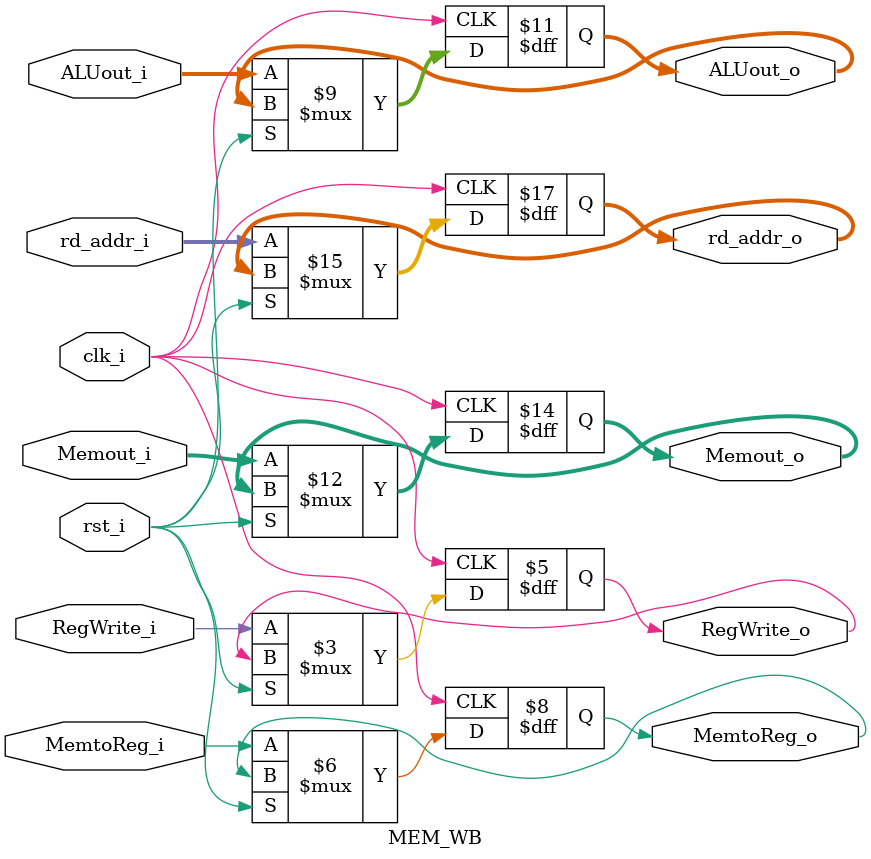
<source format=v>
module MEM_WB
(
    clk_i,
    rst_i,

    RegWrite_i,
    MemtoReg_i,
    ALUout_i,
    Memout_i,
    rd_addr_i,

    RegWrite_o,
    MemtoReg_o,
    ALUout_o,
    Memout_o,
    rd_addr_o
);

// Interface
input          clk_i, rst_i;
input          RegWrite_i, MemtoReg_i;

input  [31:0]  ALUout_i, Memout_i;
input   [4:0]  rd_addr_i;

output         RegWrite_o, MemtoReg_o;

output [31:0]  ALUout_o, Memout_o;
output  [4:0]  rd_addr_o;
// memory
reg            RegWrite_o, MemtoReg_o;

reg    [31:0]  ALUout_o, Memout_o;
reg     [4:0]  rd_addr_o;

always@(posedge clk_i or posedge rst_i) begin
    // use all non-blocking
    if(~rst_i) begin
        RegWrite_o  <=  RegWrite_i;
        MemtoReg_o  <=  MemtoReg_i;
        ALUout_o    <=  ALUout_i;
        Memout_o    <=  Memout_i;
        rd_addr_o   <=  rd_addr_i;
    end
end

endmodule
</source>
